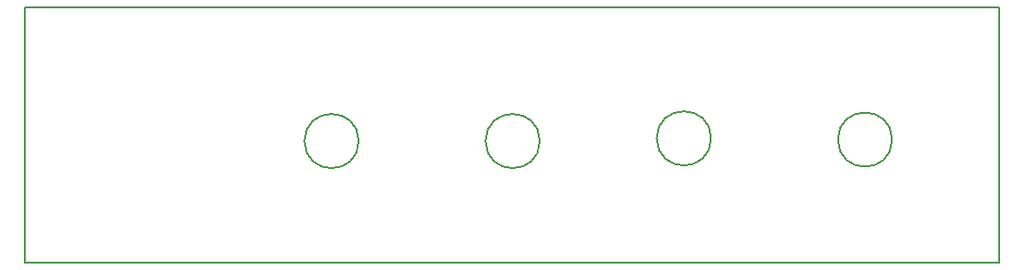
<source format=gbr>
G04 #@! TF.GenerationSoftware,KiCad,Pcbnew,(5.1.6-0-10_14)*
G04 #@! TF.CreationDate,2022-05-05T21:05:38+09:00*
G04 #@! TF.ProjectId,cool640x2,636f6f6c-3634-4307-9832-2e6b69636164,rev?*
G04 #@! TF.SameCoordinates,Original*
G04 #@! TF.FileFunction,Profile,NP*
%FSLAX46Y46*%
G04 Gerber Fmt 4.6, Leading zero omitted, Abs format (unit mm)*
G04 Created by KiCad (PCBNEW (5.1.6-0-10_14)) date 2022-05-05 21:05:38*
%MOMM*%
%LPD*%
G01*
G04 APERTURE LIST*
G04 #@! TA.AperFunction,Profile*
%ADD10C,0.150000*%
G04 #@! TD*
G04 APERTURE END LIST*
D10*
X151750000Y-79250000D02*
X62070000Y-79250000D01*
X151750000Y-102830000D02*
X151750000Y-79250000D01*
X62070000Y-102830000D02*
X151750000Y-102830000D01*
X62070000Y-79250000D02*
X62070000Y-102830000D01*
X92790000Y-91610000D02*
G75*
G03*
X92790000Y-91610000I-2500000J0D01*
G01*
X109470000Y-91610000D02*
G75*
G03*
X109470000Y-91610000I-2500000J0D01*
G01*
X141920000Y-91480000D02*
G75*
G03*
X141920000Y-91480000I-2500000J0D01*
G01*
X125240000Y-91360000D02*
G75*
G03*
X125240000Y-91360000I-2500000J0D01*
G01*
M02*

</source>
